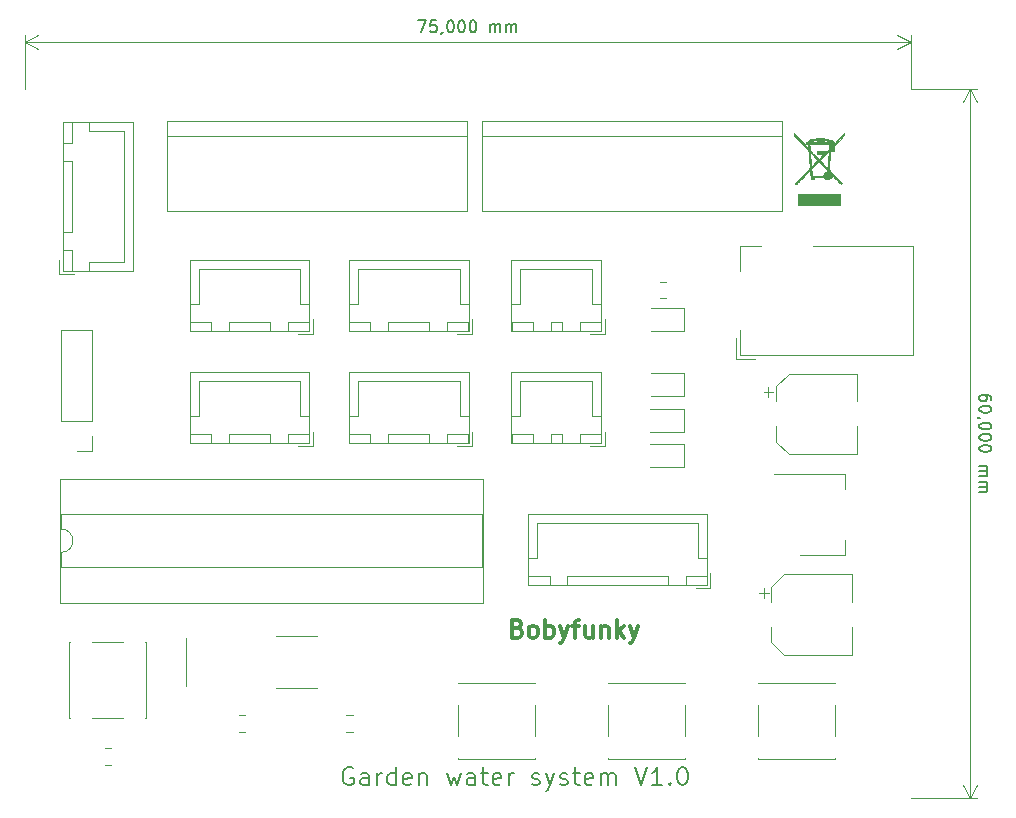
<source format=gbr>
G04 #@! TF.GenerationSoftware,KiCad,Pcbnew,(5.1.5)-2*
G04 #@! TF.CreationDate,2019-12-19T08:09:48+01:00*
G04 #@! TF.ProjectId,garden-water-system,67617264-656e-42d7-9761-7465722d7379,rev?*
G04 #@! TF.SameCoordinates,Original*
G04 #@! TF.FileFunction,Legend,Top*
G04 #@! TF.FilePolarity,Positive*
%FSLAX46Y46*%
G04 Gerber Fmt 4.6, Leading zero omitted, Abs format (unit mm)*
G04 Created by KiCad (PCBNEW (5.1.5)-2) date 2019-12-19 08:09:48*
%MOMM*%
%LPD*%
G04 APERTURE LIST*
%ADD10C,0.150000*%
%ADD11C,0.120000*%
%ADD12C,0.300000*%
%ADD13C,0.010000*%
G04 APERTURE END LIST*
D10*
X196817619Y-50333333D02*
X196817619Y-50142857D01*
X196770000Y-50047619D01*
X196722380Y-50000000D01*
X196579523Y-49904761D01*
X196389047Y-49857142D01*
X196008095Y-49857142D01*
X195912857Y-49904761D01*
X195865238Y-49952380D01*
X195817619Y-50047619D01*
X195817619Y-50238095D01*
X195865238Y-50333333D01*
X195912857Y-50380952D01*
X196008095Y-50428571D01*
X196246190Y-50428571D01*
X196341428Y-50380952D01*
X196389047Y-50333333D01*
X196436666Y-50238095D01*
X196436666Y-50047619D01*
X196389047Y-49952380D01*
X196341428Y-49904761D01*
X196246190Y-49857142D01*
X196817619Y-51047619D02*
X196817619Y-51142857D01*
X196770000Y-51238095D01*
X196722380Y-51285714D01*
X196627142Y-51333333D01*
X196436666Y-51380952D01*
X196198571Y-51380952D01*
X196008095Y-51333333D01*
X195912857Y-51285714D01*
X195865238Y-51238095D01*
X195817619Y-51142857D01*
X195817619Y-51047619D01*
X195865238Y-50952380D01*
X195912857Y-50904761D01*
X196008095Y-50857142D01*
X196198571Y-50809523D01*
X196436666Y-50809523D01*
X196627142Y-50857142D01*
X196722380Y-50904761D01*
X196770000Y-50952380D01*
X196817619Y-51047619D01*
X195865238Y-51857142D02*
X195817619Y-51857142D01*
X195722380Y-51809523D01*
X195674761Y-51761904D01*
X196817619Y-52476190D02*
X196817619Y-52571428D01*
X196770000Y-52666666D01*
X196722380Y-52714285D01*
X196627142Y-52761904D01*
X196436666Y-52809523D01*
X196198571Y-52809523D01*
X196008095Y-52761904D01*
X195912857Y-52714285D01*
X195865238Y-52666666D01*
X195817619Y-52571428D01*
X195817619Y-52476190D01*
X195865238Y-52380952D01*
X195912857Y-52333333D01*
X196008095Y-52285714D01*
X196198571Y-52238095D01*
X196436666Y-52238095D01*
X196627142Y-52285714D01*
X196722380Y-52333333D01*
X196770000Y-52380952D01*
X196817619Y-52476190D01*
X196817619Y-53428571D02*
X196817619Y-53523809D01*
X196770000Y-53619047D01*
X196722380Y-53666666D01*
X196627142Y-53714285D01*
X196436666Y-53761904D01*
X196198571Y-53761904D01*
X196008095Y-53714285D01*
X195912857Y-53666666D01*
X195865238Y-53619047D01*
X195817619Y-53523809D01*
X195817619Y-53428571D01*
X195865238Y-53333333D01*
X195912857Y-53285714D01*
X196008095Y-53238095D01*
X196198571Y-53190476D01*
X196436666Y-53190476D01*
X196627142Y-53238095D01*
X196722380Y-53285714D01*
X196770000Y-53333333D01*
X196817619Y-53428571D01*
X196817619Y-54380952D02*
X196817619Y-54476190D01*
X196770000Y-54571428D01*
X196722380Y-54619047D01*
X196627142Y-54666666D01*
X196436666Y-54714285D01*
X196198571Y-54714285D01*
X196008095Y-54666666D01*
X195912857Y-54619047D01*
X195865238Y-54571428D01*
X195817619Y-54476190D01*
X195817619Y-54380952D01*
X195865238Y-54285714D01*
X195912857Y-54238095D01*
X196008095Y-54190476D01*
X196198571Y-54142857D01*
X196436666Y-54142857D01*
X196627142Y-54190476D01*
X196722380Y-54238095D01*
X196770000Y-54285714D01*
X196817619Y-54380952D01*
X195817619Y-55904761D02*
X196484285Y-55904761D01*
X196389047Y-55904761D02*
X196436666Y-55952380D01*
X196484285Y-56047619D01*
X196484285Y-56190476D01*
X196436666Y-56285714D01*
X196341428Y-56333333D01*
X195817619Y-56333333D01*
X196341428Y-56333333D02*
X196436666Y-56380952D01*
X196484285Y-56476190D01*
X196484285Y-56619047D01*
X196436666Y-56714285D01*
X196341428Y-56761904D01*
X195817619Y-56761904D01*
X195817619Y-57238095D02*
X196484285Y-57238095D01*
X196389047Y-57238095D02*
X196436666Y-57285714D01*
X196484285Y-57380952D01*
X196484285Y-57523809D01*
X196436666Y-57619047D01*
X196341428Y-57666666D01*
X195817619Y-57666666D01*
X196341428Y-57666666D02*
X196436666Y-57714285D01*
X196484285Y-57809523D01*
X196484285Y-57952380D01*
X196436666Y-58047619D01*
X196341428Y-58095238D01*
X195817619Y-58095238D01*
D11*
X195000000Y-24000000D02*
X195000000Y-84000000D01*
X190000000Y-24000000D02*
X195586421Y-24000000D01*
X190000000Y-84000000D02*
X195586421Y-84000000D01*
X195000000Y-84000000D02*
X194413579Y-82873496D01*
X195000000Y-84000000D02*
X195586421Y-82873496D01*
X195000000Y-24000000D02*
X194413579Y-25126504D01*
X195000000Y-24000000D02*
X195586421Y-25126504D01*
D10*
X148309523Y-18182380D02*
X148976190Y-18182380D01*
X148547619Y-19182380D01*
X149833333Y-18182380D02*
X149357142Y-18182380D01*
X149309523Y-18658571D01*
X149357142Y-18610952D01*
X149452380Y-18563333D01*
X149690476Y-18563333D01*
X149785714Y-18610952D01*
X149833333Y-18658571D01*
X149880952Y-18753809D01*
X149880952Y-18991904D01*
X149833333Y-19087142D01*
X149785714Y-19134761D01*
X149690476Y-19182380D01*
X149452380Y-19182380D01*
X149357142Y-19134761D01*
X149309523Y-19087142D01*
X150357142Y-19134761D02*
X150357142Y-19182380D01*
X150309523Y-19277619D01*
X150261904Y-19325238D01*
X150976190Y-18182380D02*
X151071428Y-18182380D01*
X151166666Y-18230000D01*
X151214285Y-18277619D01*
X151261904Y-18372857D01*
X151309523Y-18563333D01*
X151309523Y-18801428D01*
X151261904Y-18991904D01*
X151214285Y-19087142D01*
X151166666Y-19134761D01*
X151071428Y-19182380D01*
X150976190Y-19182380D01*
X150880952Y-19134761D01*
X150833333Y-19087142D01*
X150785714Y-18991904D01*
X150738095Y-18801428D01*
X150738095Y-18563333D01*
X150785714Y-18372857D01*
X150833333Y-18277619D01*
X150880952Y-18230000D01*
X150976190Y-18182380D01*
X151928571Y-18182380D02*
X152023809Y-18182380D01*
X152119047Y-18230000D01*
X152166666Y-18277619D01*
X152214285Y-18372857D01*
X152261904Y-18563333D01*
X152261904Y-18801428D01*
X152214285Y-18991904D01*
X152166666Y-19087142D01*
X152119047Y-19134761D01*
X152023809Y-19182380D01*
X151928571Y-19182380D01*
X151833333Y-19134761D01*
X151785714Y-19087142D01*
X151738095Y-18991904D01*
X151690476Y-18801428D01*
X151690476Y-18563333D01*
X151738095Y-18372857D01*
X151785714Y-18277619D01*
X151833333Y-18230000D01*
X151928571Y-18182380D01*
X152880952Y-18182380D02*
X152976190Y-18182380D01*
X153071428Y-18230000D01*
X153119047Y-18277619D01*
X153166666Y-18372857D01*
X153214285Y-18563333D01*
X153214285Y-18801428D01*
X153166666Y-18991904D01*
X153119047Y-19087142D01*
X153071428Y-19134761D01*
X152976190Y-19182380D01*
X152880952Y-19182380D01*
X152785714Y-19134761D01*
X152738095Y-19087142D01*
X152690476Y-18991904D01*
X152642857Y-18801428D01*
X152642857Y-18563333D01*
X152690476Y-18372857D01*
X152738095Y-18277619D01*
X152785714Y-18230000D01*
X152880952Y-18182380D01*
X154404761Y-19182380D02*
X154404761Y-18515714D01*
X154404761Y-18610952D02*
X154452380Y-18563333D01*
X154547619Y-18515714D01*
X154690476Y-18515714D01*
X154785714Y-18563333D01*
X154833333Y-18658571D01*
X154833333Y-19182380D01*
X154833333Y-18658571D02*
X154880952Y-18563333D01*
X154976190Y-18515714D01*
X155119047Y-18515714D01*
X155214285Y-18563333D01*
X155261904Y-18658571D01*
X155261904Y-19182380D01*
X155738095Y-19182380D02*
X155738095Y-18515714D01*
X155738095Y-18610952D02*
X155785714Y-18563333D01*
X155880952Y-18515714D01*
X156023809Y-18515714D01*
X156119047Y-18563333D01*
X156166666Y-18658571D01*
X156166666Y-19182380D01*
X156166666Y-18658571D02*
X156214285Y-18563333D01*
X156309523Y-18515714D01*
X156452380Y-18515714D01*
X156547619Y-18563333D01*
X156595238Y-18658571D01*
X156595238Y-19182380D01*
D11*
X115000000Y-20000000D02*
X190000000Y-20000000D01*
X115000000Y-24000000D02*
X115000000Y-19413579D01*
X190000000Y-24000000D02*
X190000000Y-19413579D01*
X190000000Y-20000000D02*
X188873496Y-20586421D01*
X190000000Y-20000000D02*
X188873496Y-19413579D01*
X115000000Y-20000000D02*
X116126504Y-20586421D01*
X115000000Y-20000000D02*
X116126504Y-19413579D01*
D10*
X142750000Y-81500000D02*
X142607142Y-81428571D01*
X142392857Y-81428571D01*
X142178571Y-81500000D01*
X142035714Y-81642857D01*
X141964285Y-81785714D01*
X141892857Y-82071428D01*
X141892857Y-82285714D01*
X141964285Y-82571428D01*
X142035714Y-82714285D01*
X142178571Y-82857142D01*
X142392857Y-82928571D01*
X142535714Y-82928571D01*
X142750000Y-82857142D01*
X142821428Y-82785714D01*
X142821428Y-82285714D01*
X142535714Y-82285714D01*
X144107142Y-82928571D02*
X144107142Y-82142857D01*
X144035714Y-82000000D01*
X143892857Y-81928571D01*
X143607142Y-81928571D01*
X143464285Y-82000000D01*
X144107142Y-82857142D02*
X143964285Y-82928571D01*
X143607142Y-82928571D01*
X143464285Y-82857142D01*
X143392857Y-82714285D01*
X143392857Y-82571428D01*
X143464285Y-82428571D01*
X143607142Y-82357142D01*
X143964285Y-82357142D01*
X144107142Y-82285714D01*
X144821428Y-82928571D02*
X144821428Y-81928571D01*
X144821428Y-82214285D02*
X144892857Y-82071428D01*
X144964285Y-82000000D01*
X145107142Y-81928571D01*
X145250000Y-81928571D01*
X146392857Y-82928571D02*
X146392857Y-81428571D01*
X146392857Y-82857142D02*
X146250000Y-82928571D01*
X145964285Y-82928571D01*
X145821428Y-82857142D01*
X145750000Y-82785714D01*
X145678571Y-82642857D01*
X145678571Y-82214285D01*
X145750000Y-82071428D01*
X145821428Y-82000000D01*
X145964285Y-81928571D01*
X146250000Y-81928571D01*
X146392857Y-82000000D01*
X147678571Y-82857142D02*
X147535714Y-82928571D01*
X147250000Y-82928571D01*
X147107142Y-82857142D01*
X147035714Y-82714285D01*
X147035714Y-82142857D01*
X147107142Y-82000000D01*
X147250000Y-81928571D01*
X147535714Y-81928571D01*
X147678571Y-82000000D01*
X147750000Y-82142857D01*
X147750000Y-82285714D01*
X147035714Y-82428571D01*
X148392857Y-81928571D02*
X148392857Y-82928571D01*
X148392857Y-82071428D02*
X148464285Y-82000000D01*
X148607142Y-81928571D01*
X148821428Y-81928571D01*
X148964285Y-82000000D01*
X149035714Y-82142857D01*
X149035714Y-82928571D01*
X150750000Y-81928571D02*
X151035714Y-82928571D01*
X151321428Y-82214285D01*
X151607142Y-82928571D01*
X151892857Y-81928571D01*
X153107142Y-82928571D02*
X153107142Y-82142857D01*
X153035714Y-82000000D01*
X152892857Y-81928571D01*
X152607142Y-81928571D01*
X152464285Y-82000000D01*
X153107142Y-82857142D02*
X152964285Y-82928571D01*
X152607142Y-82928571D01*
X152464285Y-82857142D01*
X152392857Y-82714285D01*
X152392857Y-82571428D01*
X152464285Y-82428571D01*
X152607142Y-82357142D01*
X152964285Y-82357142D01*
X153107142Y-82285714D01*
X153607142Y-81928571D02*
X154178571Y-81928571D01*
X153821428Y-81428571D02*
X153821428Y-82714285D01*
X153892857Y-82857142D01*
X154035714Y-82928571D01*
X154178571Y-82928571D01*
X155250000Y-82857142D02*
X155107142Y-82928571D01*
X154821428Y-82928571D01*
X154678571Y-82857142D01*
X154607142Y-82714285D01*
X154607142Y-82142857D01*
X154678571Y-82000000D01*
X154821428Y-81928571D01*
X155107142Y-81928571D01*
X155250000Y-82000000D01*
X155321428Y-82142857D01*
X155321428Y-82285714D01*
X154607142Y-82428571D01*
X155964285Y-82928571D02*
X155964285Y-81928571D01*
X155964285Y-82214285D02*
X156035714Y-82071428D01*
X156107142Y-82000000D01*
X156250000Y-81928571D01*
X156392857Y-81928571D01*
X157964285Y-82857142D02*
X158107142Y-82928571D01*
X158392857Y-82928571D01*
X158535714Y-82857142D01*
X158607142Y-82714285D01*
X158607142Y-82642857D01*
X158535714Y-82500000D01*
X158392857Y-82428571D01*
X158178571Y-82428571D01*
X158035714Y-82357142D01*
X157964285Y-82214285D01*
X157964285Y-82142857D01*
X158035714Y-82000000D01*
X158178571Y-81928571D01*
X158392857Y-81928571D01*
X158535714Y-82000000D01*
X159107142Y-81928571D02*
X159464285Y-82928571D01*
X159821428Y-81928571D02*
X159464285Y-82928571D01*
X159321428Y-83285714D01*
X159250000Y-83357142D01*
X159107142Y-83428571D01*
X160321428Y-82857142D02*
X160464285Y-82928571D01*
X160750000Y-82928571D01*
X160892857Y-82857142D01*
X160964285Y-82714285D01*
X160964285Y-82642857D01*
X160892857Y-82500000D01*
X160750000Y-82428571D01*
X160535714Y-82428571D01*
X160392857Y-82357142D01*
X160321428Y-82214285D01*
X160321428Y-82142857D01*
X160392857Y-82000000D01*
X160535714Y-81928571D01*
X160750000Y-81928571D01*
X160892857Y-82000000D01*
X161392857Y-81928571D02*
X161964285Y-81928571D01*
X161607142Y-81428571D02*
X161607142Y-82714285D01*
X161678571Y-82857142D01*
X161821428Y-82928571D01*
X161964285Y-82928571D01*
X163035714Y-82857142D02*
X162892857Y-82928571D01*
X162607142Y-82928571D01*
X162464285Y-82857142D01*
X162392857Y-82714285D01*
X162392857Y-82142857D01*
X162464285Y-82000000D01*
X162607142Y-81928571D01*
X162892857Y-81928571D01*
X163035714Y-82000000D01*
X163107142Y-82142857D01*
X163107142Y-82285714D01*
X162392857Y-82428571D01*
X163750000Y-82928571D02*
X163750000Y-81928571D01*
X163750000Y-82071428D02*
X163821428Y-82000000D01*
X163964285Y-81928571D01*
X164178571Y-81928571D01*
X164321428Y-82000000D01*
X164392857Y-82142857D01*
X164392857Y-82928571D01*
X164392857Y-82142857D02*
X164464285Y-82000000D01*
X164607142Y-81928571D01*
X164821428Y-81928571D01*
X164964285Y-82000000D01*
X165035714Y-82142857D01*
X165035714Y-82928571D01*
X166678571Y-81428571D02*
X167178571Y-82928571D01*
X167678571Y-81428571D01*
X168964285Y-82928571D02*
X168107142Y-82928571D01*
X168535714Y-82928571D02*
X168535714Y-81428571D01*
X168392857Y-81642857D01*
X168250000Y-81785714D01*
X168107142Y-81857142D01*
X169607142Y-82785714D02*
X169678571Y-82857142D01*
X169607142Y-82928571D01*
X169535714Y-82857142D01*
X169607142Y-82785714D01*
X169607142Y-82928571D01*
X170607142Y-81428571D02*
X170750000Y-81428571D01*
X170892857Y-81500000D01*
X170964285Y-81571428D01*
X171035714Y-81714285D01*
X171107142Y-82000000D01*
X171107142Y-82357142D01*
X171035714Y-82642857D01*
X170964285Y-82785714D01*
X170892857Y-82857142D01*
X170750000Y-82928571D01*
X170607142Y-82928571D01*
X170464285Y-82857142D01*
X170392857Y-82785714D01*
X170321428Y-82642857D01*
X170250000Y-82357142D01*
X170250000Y-82000000D01*
X170321428Y-81714285D01*
X170392857Y-81571428D01*
X170464285Y-81500000D01*
X170607142Y-81428571D01*
D12*
X156714285Y-69642857D02*
X156928571Y-69714285D01*
X157000000Y-69785714D01*
X157071428Y-69928571D01*
X157071428Y-70142857D01*
X157000000Y-70285714D01*
X156928571Y-70357142D01*
X156785714Y-70428571D01*
X156214285Y-70428571D01*
X156214285Y-68928571D01*
X156714285Y-68928571D01*
X156857142Y-69000000D01*
X156928571Y-69071428D01*
X157000000Y-69214285D01*
X157000000Y-69357142D01*
X156928571Y-69500000D01*
X156857142Y-69571428D01*
X156714285Y-69642857D01*
X156214285Y-69642857D01*
X157928571Y-70428571D02*
X157785714Y-70357142D01*
X157714285Y-70285714D01*
X157642857Y-70142857D01*
X157642857Y-69714285D01*
X157714285Y-69571428D01*
X157785714Y-69500000D01*
X157928571Y-69428571D01*
X158142857Y-69428571D01*
X158285714Y-69500000D01*
X158357142Y-69571428D01*
X158428571Y-69714285D01*
X158428571Y-70142857D01*
X158357142Y-70285714D01*
X158285714Y-70357142D01*
X158142857Y-70428571D01*
X157928571Y-70428571D01*
X159071428Y-70428571D02*
X159071428Y-68928571D01*
X159071428Y-69500000D02*
X159214285Y-69428571D01*
X159500000Y-69428571D01*
X159642857Y-69500000D01*
X159714285Y-69571428D01*
X159785714Y-69714285D01*
X159785714Y-70142857D01*
X159714285Y-70285714D01*
X159642857Y-70357142D01*
X159500000Y-70428571D01*
X159214285Y-70428571D01*
X159071428Y-70357142D01*
X160285714Y-69428571D02*
X160642857Y-70428571D01*
X161000000Y-69428571D02*
X160642857Y-70428571D01*
X160500000Y-70785714D01*
X160428571Y-70857142D01*
X160285714Y-70928571D01*
X161357142Y-69428571D02*
X161928571Y-69428571D01*
X161571428Y-70428571D02*
X161571428Y-69142857D01*
X161642857Y-69000000D01*
X161785714Y-68928571D01*
X161928571Y-68928571D01*
X163071428Y-69428571D02*
X163071428Y-70428571D01*
X162428571Y-69428571D02*
X162428571Y-70214285D01*
X162500000Y-70357142D01*
X162642857Y-70428571D01*
X162857142Y-70428571D01*
X163000000Y-70357142D01*
X163071428Y-70285714D01*
X163785714Y-69428571D02*
X163785714Y-70428571D01*
X163785714Y-69571428D02*
X163857142Y-69500000D01*
X164000000Y-69428571D01*
X164214285Y-69428571D01*
X164357142Y-69500000D01*
X164428571Y-69642857D01*
X164428571Y-70428571D01*
X165142857Y-70428571D02*
X165142857Y-68928571D01*
X165285714Y-69857142D02*
X165714285Y-70428571D01*
X165714285Y-69428571D02*
X165142857Y-70000000D01*
X166214285Y-69428571D02*
X166571428Y-70428571D01*
X166928571Y-69428571D02*
X166571428Y-70428571D01*
X166428571Y-70785714D01*
X166357142Y-70857142D01*
X166214285Y-70928571D01*
D13*
G36*
X184374430Y-27814848D02*
G01*
X184373811Y-27901931D01*
X183922086Y-28360891D01*
X183470361Y-28819852D01*
X183470032Y-29030471D01*
X183469703Y-29241089D01*
X183194610Y-29241089D01*
X183187522Y-29294530D01*
X183184838Y-29318888D01*
X183180313Y-29364759D01*
X183174191Y-29429405D01*
X183166712Y-29510091D01*
X183158119Y-29604081D01*
X183148654Y-29708637D01*
X183138558Y-29821025D01*
X183128074Y-29938507D01*
X183117444Y-30058348D01*
X183106909Y-30177811D01*
X183096713Y-30294159D01*
X183087095Y-30404657D01*
X183078300Y-30506569D01*
X183070568Y-30597158D01*
X183064142Y-30673687D01*
X183059263Y-30733421D01*
X183056175Y-30773624D01*
X183055117Y-30791559D01*
X183055118Y-30791644D01*
X183062827Y-30806035D01*
X183085981Y-30835748D01*
X183124895Y-30881131D01*
X183179884Y-30942529D01*
X183251264Y-31020288D01*
X183339349Y-31114754D01*
X183444454Y-31226272D01*
X183566895Y-31355188D01*
X183601310Y-31391287D01*
X184147137Y-31963416D01*
X184058881Y-32051436D01*
X183987485Y-31973758D01*
X183961366Y-31945686D01*
X183920566Y-31902274D01*
X183867777Y-31846366D01*
X183805691Y-31780808D01*
X183737000Y-31708441D01*
X183664396Y-31632112D01*
X183620960Y-31586524D01*
X183539416Y-31501119D01*
X183473504Y-31432710D01*
X183421544Y-31380053D01*
X183381855Y-31341905D01*
X183352757Y-31317020D01*
X183332569Y-31304156D01*
X183319610Y-31302068D01*
X183312200Y-31309513D01*
X183308658Y-31325246D01*
X183307303Y-31348023D01*
X183307121Y-31354239D01*
X183297703Y-31397061D01*
X183274497Y-31448819D01*
X183242136Y-31501328D01*
X183205252Y-31546403D01*
X183190493Y-31560328D01*
X183114767Y-31609047D01*
X183026308Y-31636306D01*
X182948100Y-31642773D01*
X182859468Y-31630576D01*
X182777612Y-31594813D01*
X182705164Y-31536722D01*
X182691797Y-31522262D01*
X182642918Y-31466733D01*
X181797326Y-31466733D01*
X181797326Y-31642773D01*
X181570990Y-31642773D01*
X181570990Y-31560531D01*
X181568150Y-31504386D01*
X181558607Y-31465416D01*
X181547009Y-31444219D01*
X181538723Y-31429052D01*
X181531627Y-31407062D01*
X181525252Y-31374987D01*
X181519128Y-31329569D01*
X181512784Y-31267548D01*
X181505750Y-31185662D01*
X181500934Y-31124746D01*
X181478839Y-30839343D01*
X180936435Y-31388805D01*
X180838363Y-31488228D01*
X180744216Y-31583815D01*
X180655715Y-31673810D01*
X180574580Y-31756457D01*
X180502531Y-31830001D01*
X180441288Y-31892684D01*
X180392573Y-31942752D01*
X180358104Y-31978448D01*
X180339621Y-31997995D01*
X180309257Y-32028944D01*
X180283929Y-32050530D01*
X180270305Y-32057723D01*
X180252905Y-32049297D01*
X180227540Y-32028245D01*
X180218942Y-32019671D01*
X180182486Y-31981620D01*
X180383198Y-31777658D01*
X180434404Y-31725699D01*
X180500431Y-31658820D01*
X180578382Y-31579950D01*
X180665362Y-31492014D01*
X180758474Y-31397941D01*
X180854821Y-31300658D01*
X180951508Y-31203093D01*
X181020866Y-31133145D01*
X181126297Y-31026550D01*
X181214871Y-30936307D01*
X181287719Y-30861192D01*
X181345977Y-30799986D01*
X181390775Y-30751466D01*
X181412979Y-30726129D01*
X181591276Y-30726129D01*
X181613599Y-31011555D01*
X181620331Y-31095219D01*
X181626843Y-31171727D01*
X181632766Y-31237081D01*
X181637732Y-31287281D01*
X181641371Y-31318329D01*
X181642542Y-31325273D01*
X181649162Y-31353565D01*
X182598636Y-31353565D01*
X182604974Y-31274606D01*
X182624110Y-31181315D01*
X182664154Y-31098791D01*
X182722582Y-31030038D01*
X182796871Y-30978063D01*
X182880252Y-30946863D01*
X182907302Y-30932228D01*
X182920844Y-30900819D01*
X182921128Y-30899434D01*
X182922753Y-30886174D01*
X182920744Y-30872595D01*
X182913142Y-30856181D01*
X182897984Y-30834411D01*
X182873312Y-30804767D01*
X182837164Y-30764732D01*
X182787580Y-30711785D01*
X182722599Y-30643409D01*
X182718401Y-30639005D01*
X182648507Y-30565611D01*
X182574200Y-30487437D01*
X182500586Y-30409864D01*
X182432771Y-30338275D01*
X182375860Y-30278051D01*
X182363168Y-30264587D01*
X182314513Y-30213820D01*
X182271291Y-30170375D01*
X182236605Y-30137241D01*
X182213556Y-30117405D01*
X182205818Y-30113046D01*
X182194278Y-30122170D01*
X182167290Y-30147200D01*
X182126979Y-30186052D01*
X182075471Y-30236643D01*
X182014891Y-30296888D01*
X181947364Y-30364704D01*
X181892174Y-30420565D01*
X181591276Y-30726129D01*
X181412979Y-30726129D01*
X181423249Y-30714411D01*
X181444529Y-30687599D01*
X181455749Y-30669808D01*
X181458246Y-30661570D01*
X181457300Y-30643590D01*
X181454427Y-30602892D01*
X181449813Y-30541819D01*
X181443642Y-30462713D01*
X181436102Y-30367914D01*
X181427379Y-30259767D01*
X181417657Y-30140612D01*
X181407124Y-30012791D01*
X181398635Y-29910635D01*
X181350604Y-29334674D01*
X181474195Y-29334674D01*
X181474727Y-29347104D01*
X181477231Y-29382110D01*
X181481504Y-29437215D01*
X181487347Y-29509943D01*
X181494557Y-29597814D01*
X181502934Y-29698351D01*
X181512277Y-29809077D01*
X181521242Y-29914205D01*
X181531398Y-30033483D01*
X181540858Y-30146080D01*
X181549404Y-30249305D01*
X181556821Y-30340473D01*
X181562892Y-30416895D01*
X181567399Y-30475883D01*
X181570127Y-30514749D01*
X181570884Y-30529844D01*
X181572065Y-30539238D01*
X181576744Y-30542966D01*
X181586724Y-30539471D01*
X181603810Y-30527199D01*
X181629804Y-30504594D01*
X181666510Y-30470100D01*
X181715733Y-30422162D01*
X181779274Y-30359224D01*
X181846695Y-30291968D01*
X182122399Y-30016477D01*
X182120467Y-30014406D01*
X182302710Y-30014406D01*
X182311016Y-30025780D01*
X182334267Y-30052563D01*
X182370135Y-30092292D01*
X182416287Y-30142507D01*
X182470394Y-30200746D01*
X182530126Y-30264547D01*
X182593152Y-30331449D01*
X182657142Y-30398990D01*
X182719764Y-30464710D01*
X182778690Y-30526146D01*
X182831588Y-30580837D01*
X182876128Y-30626322D01*
X182909980Y-30660138D01*
X182930812Y-30679826D01*
X182936494Y-30683837D01*
X182938366Y-30670891D01*
X182942254Y-30635134D01*
X182947943Y-30578804D01*
X182955219Y-30504140D01*
X182963869Y-30413380D01*
X182973678Y-30308762D01*
X182984434Y-30192526D01*
X182995921Y-30066908D01*
X183005093Y-29965618D01*
X183016826Y-29834279D01*
X183027665Y-29710552D01*
X183037430Y-29596681D01*
X183045937Y-29494911D01*
X183053005Y-29407487D01*
X183058451Y-29336653D01*
X183062092Y-29284653D01*
X183063747Y-29253732D01*
X183063558Y-29245703D01*
X183053666Y-29252854D01*
X183028476Y-29275841D01*
X182990190Y-29312439D01*
X182941011Y-29360422D01*
X182883139Y-29417566D01*
X182818778Y-29481647D01*
X182750129Y-29550438D01*
X182679395Y-29621716D01*
X182608778Y-29693255D01*
X182540480Y-29762830D01*
X182476704Y-29828217D01*
X182419650Y-29887191D01*
X182371522Y-29937527D01*
X182334522Y-29976999D01*
X182310852Y-30003383D01*
X182302710Y-30014406D01*
X182120467Y-30014406D01*
X182019591Y-29906295D01*
X181967232Y-29850377D01*
X181908465Y-29787948D01*
X181845615Y-29721443D01*
X181781005Y-29653298D01*
X181716958Y-29585948D01*
X181655797Y-29521828D01*
X181599847Y-29463372D01*
X181551430Y-29413018D01*
X181512870Y-29373198D01*
X181486491Y-29346350D01*
X181474616Y-29334908D01*
X181474195Y-29334674D01*
X181350604Y-29334674D01*
X181338599Y-29190726D01*
X180738062Y-28559158D01*
X180137525Y-27927589D01*
X180137966Y-27839315D01*
X180138408Y-27751040D01*
X180235417Y-27854666D01*
X180289709Y-27912463D01*
X180353808Y-27980368D01*
X180425984Y-28056572D01*
X180504508Y-28139269D01*
X180587651Y-28226653D01*
X180673681Y-28316915D01*
X180760870Y-28408250D01*
X180847487Y-28498849D01*
X180931803Y-28586907D01*
X181012088Y-28670615D01*
X181086613Y-28748167D01*
X181153646Y-28817757D01*
X181211459Y-28877576D01*
X181258321Y-28925818D01*
X181292504Y-28960676D01*
X181312276Y-28980343D01*
X181316610Y-28984116D01*
X181316908Y-28970992D01*
X181315269Y-28937389D01*
X181311977Y-28887880D01*
X181307318Y-28827037D01*
X181305318Y-28802732D01*
X181290423Y-28624951D01*
X181407045Y-28624951D01*
X181413066Y-28653243D01*
X181416137Y-28675618D01*
X181420452Y-28717717D01*
X181425512Y-28774178D01*
X181430819Y-28839635D01*
X181432656Y-28863862D01*
X181438073Y-28933421D01*
X181443541Y-28998018D01*
X181448512Y-29051548D01*
X181452439Y-29087910D01*
X181453325Y-29094509D01*
X181456666Y-29108056D01*
X181463899Y-29123914D01*
X181476560Y-29143861D01*
X181496189Y-29169673D01*
X181524322Y-29203129D01*
X181562498Y-29246007D01*
X181612254Y-29300083D01*
X181675129Y-29367136D01*
X181752659Y-29448943D01*
X181831749Y-29531950D01*
X181910436Y-29614094D01*
X181983888Y-29690169D01*
X182050276Y-29758325D01*
X182107773Y-29816712D01*
X182154549Y-29863481D01*
X182188776Y-29896782D01*
X182208627Y-29914767D01*
X182212860Y-29917442D01*
X182223997Y-29907741D01*
X182250029Y-29882441D01*
X182288430Y-29844082D01*
X182336672Y-29795200D01*
X182392230Y-29738334D01*
X182432408Y-29696906D01*
X182642169Y-29480000D01*
X182023663Y-29480000D01*
X182023663Y-29241089D01*
X182778119Y-29241089D01*
X182778119Y-29347542D01*
X182916435Y-29209654D01*
X183014553Y-29111840D01*
X183205643Y-29111840D01*
X183207471Y-29127270D01*
X183216723Y-29135867D01*
X183239050Y-29139613D01*
X183280105Y-29140489D01*
X183287376Y-29140495D01*
X183369109Y-29140495D01*
X183369109Y-28921172D01*
X183287376Y-29002179D01*
X183241270Y-29051428D01*
X183213694Y-29089159D01*
X183205643Y-29111840D01*
X183014553Y-29111840D01*
X183054752Y-29071766D01*
X183054752Y-28948952D01*
X183055137Y-28892450D01*
X183056900Y-28856505D01*
X183060950Y-28836530D01*
X183068199Y-28827937D01*
X183079130Y-28826139D01*
X183091288Y-28823498D01*
X183100273Y-28812912D01*
X183107174Y-28790381D01*
X183113076Y-28751909D01*
X183119065Y-28693498D01*
X183120987Y-28672104D01*
X183125148Y-28624951D01*
X181407045Y-28624951D01*
X181290423Y-28624951D01*
X181130891Y-28624951D01*
X181130891Y-28511782D01*
X181198686Y-28511782D01*
X181238338Y-28510696D01*
X181259884Y-28505454D01*
X181262520Y-28502334D01*
X181401384Y-28502334D01*
X181408692Y-28509462D01*
X181434007Y-28511662D01*
X181451092Y-28511782D01*
X181508119Y-28511782D01*
X181720779Y-28511782D01*
X183135302Y-28511782D01*
X183087458Y-28462786D01*
X183013150Y-28402324D01*
X182921184Y-28355691D01*
X182810002Y-28322249D01*
X182699529Y-28303753D01*
X182627227Y-28295122D01*
X182627227Y-28386040D01*
X182048812Y-28386040D01*
X182048812Y-28282893D01*
X181963935Y-28291496D01*
X181904632Y-28298756D01*
X181841449Y-28308379D01*
X181803614Y-28315252D01*
X181728168Y-28330407D01*
X181724474Y-28421095D01*
X181720779Y-28511782D01*
X181508119Y-28511782D01*
X181508119Y-28461485D01*
X181506456Y-28429976D01*
X181502303Y-28412463D01*
X181500629Y-28411188D01*
X181482013Y-28419254D01*
X181454817Y-28438820D01*
X181427552Y-28462944D01*
X181408733Y-28484682D01*
X181407057Y-28487508D01*
X181401384Y-28502334D01*
X181262520Y-28502334D01*
X181270338Y-28493081D01*
X181274558Y-28479604D01*
X181291781Y-28444627D01*
X181324862Y-28402579D01*
X181368107Y-28359356D01*
X181415826Y-28320854D01*
X181447170Y-28300801D01*
X181482877Y-28278851D01*
X181501181Y-28260411D01*
X181507612Y-28238668D01*
X181508106Y-28225718D01*
X181508106Y-28222575D01*
X182149406Y-28222575D01*
X182149406Y-28285446D01*
X182526633Y-28285446D01*
X182526633Y-28222575D01*
X182149406Y-28222575D01*
X181508106Y-28222575D01*
X181508119Y-28184852D01*
X181613952Y-28184852D01*
X181662645Y-28186029D01*
X181700595Y-28189165D01*
X181721692Y-28193671D01*
X181723977Y-28195495D01*
X181737359Y-28198295D01*
X181769926Y-28197148D01*
X181816084Y-28192393D01*
X181847624Y-28188003D01*
X181904812Y-28179378D01*
X181957114Y-28171591D01*
X181996418Y-28165847D01*
X182007945Y-28164215D01*
X182038063Y-28154888D01*
X182048812Y-28140272D01*
X182052080Y-28134320D01*
X182063770Y-28129778D01*
X182086712Y-28126470D01*
X182123735Y-28124215D01*
X182177668Y-28122834D01*
X182251340Y-28122150D01*
X182338020Y-28121980D01*
X182430529Y-28122077D01*
X182500906Y-28122530D01*
X182552164Y-28123590D01*
X182587320Y-28125503D01*
X182609389Y-28128519D01*
X182621385Y-28132885D01*
X182626324Y-28138849D01*
X182627227Y-28145784D01*
X182634921Y-28167795D01*
X182660121Y-28180321D01*
X182706009Y-28184788D01*
X182714264Y-28184852D01*
X182791973Y-28192868D01*
X182880233Y-28214936D01*
X182971085Y-28248084D01*
X183056570Y-28289339D01*
X183128726Y-28335731D01*
X183138072Y-28343082D01*
X183168533Y-28366998D01*
X183186572Y-28376576D01*
X183199169Y-28373480D01*
X183212100Y-28360704D01*
X183250293Y-28335678D01*
X183299998Y-28326071D01*
X183353524Y-28331067D01*
X183403178Y-28349851D01*
X183441267Y-28381606D01*
X183444025Y-28385297D01*
X183472526Y-28444575D01*
X183477828Y-28505934D01*
X183460518Y-28564427D01*
X183421180Y-28615104D01*
X183416370Y-28619289D01*
X183388440Y-28639167D01*
X183360102Y-28647921D01*
X183320263Y-28648553D01*
X183310311Y-28647992D01*
X183271332Y-28646562D01*
X183251254Y-28649839D01*
X183243985Y-28659728D01*
X183243240Y-28668961D01*
X183241716Y-28695744D01*
X183237935Y-28736025D01*
X183235218Y-28760124D01*
X183231277Y-28798401D01*
X183232916Y-28817996D01*
X183242421Y-28825158D01*
X183259351Y-28826139D01*
X183269392Y-28822901D01*
X183285590Y-28812420D01*
X183309145Y-28793548D01*
X183341257Y-28765135D01*
X183383128Y-28726035D01*
X183435957Y-28675097D01*
X183500945Y-28611173D01*
X183579291Y-28533114D01*
X183672197Y-28439772D01*
X183780863Y-28329998D01*
X183833231Y-28276952D01*
X184375049Y-27727767D01*
X184374430Y-27814848D01*
G37*
X184374430Y-27814848D02*
X184373811Y-27901931D01*
X183922086Y-28360891D01*
X183470361Y-28819852D01*
X183470032Y-29030471D01*
X183469703Y-29241089D01*
X183194610Y-29241089D01*
X183187522Y-29294530D01*
X183184838Y-29318888D01*
X183180313Y-29364759D01*
X183174191Y-29429405D01*
X183166712Y-29510091D01*
X183158119Y-29604081D01*
X183148654Y-29708637D01*
X183138558Y-29821025D01*
X183128074Y-29938507D01*
X183117444Y-30058348D01*
X183106909Y-30177811D01*
X183096713Y-30294159D01*
X183087095Y-30404657D01*
X183078300Y-30506569D01*
X183070568Y-30597158D01*
X183064142Y-30673687D01*
X183059263Y-30733421D01*
X183056175Y-30773624D01*
X183055117Y-30791559D01*
X183055118Y-30791644D01*
X183062827Y-30806035D01*
X183085981Y-30835748D01*
X183124895Y-30881131D01*
X183179884Y-30942529D01*
X183251264Y-31020288D01*
X183339349Y-31114754D01*
X183444454Y-31226272D01*
X183566895Y-31355188D01*
X183601310Y-31391287D01*
X184147137Y-31963416D01*
X184058881Y-32051436D01*
X183987485Y-31973758D01*
X183961366Y-31945686D01*
X183920566Y-31902274D01*
X183867777Y-31846366D01*
X183805691Y-31780808D01*
X183737000Y-31708441D01*
X183664396Y-31632112D01*
X183620960Y-31586524D01*
X183539416Y-31501119D01*
X183473504Y-31432710D01*
X183421544Y-31380053D01*
X183381855Y-31341905D01*
X183352757Y-31317020D01*
X183332569Y-31304156D01*
X183319610Y-31302068D01*
X183312200Y-31309513D01*
X183308658Y-31325246D01*
X183307303Y-31348023D01*
X183307121Y-31354239D01*
X183297703Y-31397061D01*
X183274497Y-31448819D01*
X183242136Y-31501328D01*
X183205252Y-31546403D01*
X183190493Y-31560328D01*
X183114767Y-31609047D01*
X183026308Y-31636306D01*
X182948100Y-31642773D01*
X182859468Y-31630576D01*
X182777612Y-31594813D01*
X182705164Y-31536722D01*
X182691797Y-31522262D01*
X182642918Y-31466733D01*
X181797326Y-31466733D01*
X181797326Y-31642773D01*
X181570990Y-31642773D01*
X181570990Y-31560531D01*
X181568150Y-31504386D01*
X181558607Y-31465416D01*
X181547009Y-31444219D01*
X181538723Y-31429052D01*
X181531627Y-31407062D01*
X181525252Y-31374987D01*
X181519128Y-31329569D01*
X181512784Y-31267548D01*
X181505750Y-31185662D01*
X181500934Y-31124746D01*
X181478839Y-30839343D01*
X180936435Y-31388805D01*
X180838363Y-31488228D01*
X180744216Y-31583815D01*
X180655715Y-31673810D01*
X180574580Y-31756457D01*
X180502531Y-31830001D01*
X180441288Y-31892684D01*
X180392573Y-31942752D01*
X180358104Y-31978448D01*
X180339621Y-31997995D01*
X180309257Y-32028944D01*
X180283929Y-32050530D01*
X180270305Y-32057723D01*
X180252905Y-32049297D01*
X180227540Y-32028245D01*
X180218942Y-32019671D01*
X180182486Y-31981620D01*
X180383198Y-31777658D01*
X180434404Y-31725699D01*
X180500431Y-31658820D01*
X180578382Y-31579950D01*
X180665362Y-31492014D01*
X180758474Y-31397941D01*
X180854821Y-31300658D01*
X180951508Y-31203093D01*
X181020866Y-31133145D01*
X181126297Y-31026550D01*
X181214871Y-30936307D01*
X181287719Y-30861192D01*
X181345977Y-30799986D01*
X181390775Y-30751466D01*
X181412979Y-30726129D01*
X181591276Y-30726129D01*
X181613599Y-31011555D01*
X181620331Y-31095219D01*
X181626843Y-31171727D01*
X181632766Y-31237081D01*
X181637732Y-31287281D01*
X181641371Y-31318329D01*
X181642542Y-31325273D01*
X181649162Y-31353565D01*
X182598636Y-31353565D01*
X182604974Y-31274606D01*
X182624110Y-31181315D01*
X182664154Y-31098791D01*
X182722582Y-31030038D01*
X182796871Y-30978063D01*
X182880252Y-30946863D01*
X182907302Y-30932228D01*
X182920844Y-30900819D01*
X182921128Y-30899434D01*
X182922753Y-30886174D01*
X182920744Y-30872595D01*
X182913142Y-30856181D01*
X182897984Y-30834411D01*
X182873312Y-30804767D01*
X182837164Y-30764732D01*
X182787580Y-30711785D01*
X182722599Y-30643409D01*
X182718401Y-30639005D01*
X182648507Y-30565611D01*
X182574200Y-30487437D01*
X182500586Y-30409864D01*
X182432771Y-30338275D01*
X182375860Y-30278051D01*
X182363168Y-30264587D01*
X182314513Y-30213820D01*
X182271291Y-30170375D01*
X182236605Y-30137241D01*
X182213556Y-30117405D01*
X182205818Y-30113046D01*
X182194278Y-30122170D01*
X182167290Y-30147200D01*
X182126979Y-30186052D01*
X182075471Y-30236643D01*
X182014891Y-30296888D01*
X181947364Y-30364704D01*
X181892174Y-30420565D01*
X181591276Y-30726129D01*
X181412979Y-30726129D01*
X181423249Y-30714411D01*
X181444529Y-30687599D01*
X181455749Y-30669808D01*
X181458246Y-30661570D01*
X181457300Y-30643590D01*
X181454427Y-30602892D01*
X181449813Y-30541819D01*
X181443642Y-30462713D01*
X181436102Y-30367914D01*
X181427379Y-30259767D01*
X181417657Y-30140612D01*
X181407124Y-30012791D01*
X181398635Y-29910635D01*
X181350604Y-29334674D01*
X181474195Y-29334674D01*
X181474727Y-29347104D01*
X181477231Y-29382110D01*
X181481504Y-29437215D01*
X181487347Y-29509943D01*
X181494557Y-29597814D01*
X181502934Y-29698351D01*
X181512277Y-29809077D01*
X181521242Y-29914205D01*
X181531398Y-30033483D01*
X181540858Y-30146080D01*
X181549404Y-30249305D01*
X181556821Y-30340473D01*
X181562892Y-30416895D01*
X181567399Y-30475883D01*
X181570127Y-30514749D01*
X181570884Y-30529844D01*
X181572065Y-30539238D01*
X181576744Y-30542966D01*
X181586724Y-30539471D01*
X181603810Y-30527199D01*
X181629804Y-30504594D01*
X181666510Y-30470100D01*
X181715733Y-30422162D01*
X181779274Y-30359224D01*
X181846695Y-30291968D01*
X182122399Y-30016477D01*
X182120467Y-30014406D01*
X182302710Y-30014406D01*
X182311016Y-30025780D01*
X182334267Y-30052563D01*
X182370135Y-30092292D01*
X182416287Y-30142507D01*
X182470394Y-30200746D01*
X182530126Y-30264547D01*
X182593152Y-30331449D01*
X182657142Y-30398990D01*
X182719764Y-30464710D01*
X182778690Y-30526146D01*
X182831588Y-30580837D01*
X182876128Y-30626322D01*
X182909980Y-30660138D01*
X182930812Y-30679826D01*
X182936494Y-30683837D01*
X182938366Y-30670891D01*
X182942254Y-30635134D01*
X182947943Y-30578804D01*
X182955219Y-30504140D01*
X182963869Y-30413380D01*
X182973678Y-30308762D01*
X182984434Y-30192526D01*
X182995921Y-30066908D01*
X183005093Y-29965618D01*
X183016826Y-29834279D01*
X183027665Y-29710552D01*
X183037430Y-29596681D01*
X183045937Y-29494911D01*
X183053005Y-29407487D01*
X183058451Y-29336653D01*
X183062092Y-29284653D01*
X183063747Y-29253732D01*
X183063558Y-29245703D01*
X183053666Y-29252854D01*
X183028476Y-29275841D01*
X182990190Y-29312439D01*
X182941011Y-29360422D01*
X182883139Y-29417566D01*
X182818778Y-29481647D01*
X182750129Y-29550438D01*
X182679395Y-29621716D01*
X182608778Y-29693255D01*
X182540480Y-29762830D01*
X182476704Y-29828217D01*
X182419650Y-29887191D01*
X182371522Y-29937527D01*
X182334522Y-29976999D01*
X182310852Y-30003383D01*
X182302710Y-30014406D01*
X182120467Y-30014406D01*
X182019591Y-29906295D01*
X181967232Y-29850377D01*
X181908465Y-29787948D01*
X181845615Y-29721443D01*
X181781005Y-29653298D01*
X181716958Y-29585948D01*
X181655797Y-29521828D01*
X181599847Y-29463372D01*
X181551430Y-29413018D01*
X181512870Y-29373198D01*
X181486491Y-29346350D01*
X181474616Y-29334908D01*
X181474195Y-29334674D01*
X181350604Y-29334674D01*
X181338599Y-29190726D01*
X180738062Y-28559158D01*
X180137525Y-27927589D01*
X180137966Y-27839315D01*
X180138408Y-27751040D01*
X180235417Y-27854666D01*
X180289709Y-27912463D01*
X180353808Y-27980368D01*
X180425984Y-28056572D01*
X180504508Y-28139269D01*
X180587651Y-28226653D01*
X180673681Y-28316915D01*
X180760870Y-28408250D01*
X180847487Y-28498849D01*
X180931803Y-28586907D01*
X181012088Y-28670615D01*
X181086613Y-28748167D01*
X181153646Y-28817757D01*
X181211459Y-28877576D01*
X181258321Y-28925818D01*
X181292504Y-28960676D01*
X181312276Y-28980343D01*
X181316610Y-28984116D01*
X181316908Y-28970992D01*
X181315269Y-28937389D01*
X181311977Y-28887880D01*
X181307318Y-28827037D01*
X181305318Y-28802732D01*
X181290423Y-28624951D01*
X181407045Y-28624951D01*
X181413066Y-28653243D01*
X181416137Y-28675618D01*
X181420452Y-28717717D01*
X181425512Y-28774178D01*
X181430819Y-28839635D01*
X181432656Y-28863862D01*
X181438073Y-28933421D01*
X181443541Y-28998018D01*
X181448512Y-29051548D01*
X181452439Y-29087910D01*
X181453325Y-29094509D01*
X181456666Y-29108056D01*
X181463899Y-29123914D01*
X181476560Y-29143861D01*
X181496189Y-29169673D01*
X181524322Y-29203129D01*
X181562498Y-29246007D01*
X181612254Y-29300083D01*
X181675129Y-29367136D01*
X181752659Y-29448943D01*
X181831749Y-29531950D01*
X181910436Y-29614094D01*
X181983888Y-29690169D01*
X182050276Y-29758325D01*
X182107773Y-29816712D01*
X182154549Y-29863481D01*
X182188776Y-29896782D01*
X182208627Y-29914767D01*
X182212860Y-29917442D01*
X182223997Y-29907741D01*
X182250029Y-29882441D01*
X182288430Y-29844082D01*
X182336672Y-29795200D01*
X182392230Y-29738334D01*
X182432408Y-29696906D01*
X182642169Y-29480000D01*
X182023663Y-29480000D01*
X182023663Y-29241089D01*
X182778119Y-29241089D01*
X182778119Y-29347542D01*
X182916435Y-29209654D01*
X183014553Y-29111840D01*
X183205643Y-29111840D01*
X183207471Y-29127270D01*
X183216723Y-29135867D01*
X183239050Y-29139613D01*
X183280105Y-29140489D01*
X183287376Y-29140495D01*
X183369109Y-29140495D01*
X183369109Y-28921172D01*
X183287376Y-29002179D01*
X183241270Y-29051428D01*
X183213694Y-29089159D01*
X183205643Y-29111840D01*
X183014553Y-29111840D01*
X183054752Y-29071766D01*
X183054752Y-28948952D01*
X183055137Y-28892450D01*
X183056900Y-28856505D01*
X183060950Y-28836530D01*
X183068199Y-28827937D01*
X183079130Y-28826139D01*
X183091288Y-28823498D01*
X183100273Y-28812912D01*
X183107174Y-28790381D01*
X183113076Y-28751909D01*
X183119065Y-28693498D01*
X183120987Y-28672104D01*
X183125148Y-28624951D01*
X181407045Y-28624951D01*
X181290423Y-28624951D01*
X181130891Y-28624951D01*
X181130891Y-28511782D01*
X181198686Y-28511782D01*
X181238338Y-28510696D01*
X181259884Y-28505454D01*
X181262520Y-28502334D01*
X181401384Y-28502334D01*
X181408692Y-28509462D01*
X181434007Y-28511662D01*
X181451092Y-28511782D01*
X181508119Y-28511782D01*
X181720779Y-28511782D01*
X183135302Y-28511782D01*
X183087458Y-28462786D01*
X183013150Y-28402324D01*
X182921184Y-28355691D01*
X182810002Y-28322249D01*
X182699529Y-28303753D01*
X182627227Y-28295122D01*
X182627227Y-28386040D01*
X182048812Y-28386040D01*
X182048812Y-28282893D01*
X181963935Y-28291496D01*
X181904632Y-28298756D01*
X181841449Y-28308379D01*
X181803614Y-28315252D01*
X181728168Y-28330407D01*
X181724474Y-28421095D01*
X181720779Y-28511782D01*
X181508119Y-28511782D01*
X181508119Y-28461485D01*
X181506456Y-28429976D01*
X181502303Y-28412463D01*
X181500629Y-28411188D01*
X181482013Y-28419254D01*
X181454817Y-28438820D01*
X181427552Y-28462944D01*
X181408733Y-28484682D01*
X181407057Y-28487508D01*
X181401384Y-28502334D01*
X181262520Y-28502334D01*
X181270338Y-28493081D01*
X181274558Y-28479604D01*
X181291781Y-28444627D01*
X181324862Y-28402579D01*
X181368107Y-28359356D01*
X181415826Y-28320854D01*
X181447170Y-28300801D01*
X181482877Y-28278851D01*
X181501181Y-28260411D01*
X181507612Y-28238668D01*
X181508106Y-28225718D01*
X181508106Y-28222575D01*
X182149406Y-28222575D01*
X182149406Y-28285446D01*
X182526633Y-28285446D01*
X182526633Y-28222575D01*
X182149406Y-28222575D01*
X181508106Y-28222575D01*
X181508119Y-28184852D01*
X181613952Y-28184852D01*
X181662645Y-28186029D01*
X181700595Y-28189165D01*
X181721692Y-28193671D01*
X181723977Y-28195495D01*
X181737359Y-28198295D01*
X181769926Y-28197148D01*
X181816084Y-28192393D01*
X181847624Y-28188003D01*
X181904812Y-28179378D01*
X181957114Y-28171591D01*
X181996418Y-28165847D01*
X182007945Y-28164215D01*
X182038063Y-28154888D01*
X182048812Y-28140272D01*
X182052080Y-28134320D01*
X182063770Y-28129778D01*
X182086712Y-28126470D01*
X182123735Y-28124215D01*
X182177668Y-28122834D01*
X182251340Y-28122150D01*
X182338020Y-28121980D01*
X182430529Y-28122077D01*
X182500906Y-28122530D01*
X182552164Y-28123590D01*
X182587320Y-28125503D01*
X182609389Y-28128519D01*
X182621385Y-28132885D01*
X182626324Y-28138849D01*
X182627227Y-28145784D01*
X182634921Y-28167795D01*
X182660121Y-28180321D01*
X182706009Y-28184788D01*
X182714264Y-28184852D01*
X182791973Y-28192868D01*
X182880233Y-28214936D01*
X182971085Y-28248084D01*
X183056570Y-28289339D01*
X183128726Y-28335731D01*
X183138072Y-28343082D01*
X183168533Y-28366998D01*
X183186572Y-28376576D01*
X183199169Y-28373480D01*
X183212100Y-28360704D01*
X183250293Y-28335678D01*
X183299998Y-28326071D01*
X183353524Y-28331067D01*
X183403178Y-28349851D01*
X183441267Y-28381606D01*
X183444025Y-28385297D01*
X183472526Y-28444575D01*
X183477828Y-28505934D01*
X183460518Y-28564427D01*
X183421180Y-28615104D01*
X183416370Y-28619289D01*
X183388440Y-28639167D01*
X183360102Y-28647921D01*
X183320263Y-28648553D01*
X183310311Y-28647992D01*
X183271332Y-28646562D01*
X183251254Y-28649839D01*
X183243985Y-28659728D01*
X183243240Y-28668961D01*
X183241716Y-28695744D01*
X183237935Y-28736025D01*
X183235218Y-28760124D01*
X183231277Y-28798401D01*
X183232916Y-28817996D01*
X183242421Y-28825158D01*
X183259351Y-28826139D01*
X183269392Y-28822901D01*
X183285590Y-28812420D01*
X183309145Y-28793548D01*
X183341257Y-28765135D01*
X183383128Y-28726035D01*
X183435957Y-28675097D01*
X183500945Y-28611173D01*
X183579291Y-28533114D01*
X183672197Y-28439772D01*
X183780863Y-28329998D01*
X183833231Y-28276952D01*
X184375049Y-27727767D01*
X184374430Y-27814848D01*
G36*
X183997822Y-33767822D02*
G01*
X180477029Y-33767822D01*
X180477029Y-32900198D01*
X183997822Y-32900198D01*
X183997822Y-33767822D01*
G37*
X183997822Y-33767822D02*
X180477029Y-33767822D01*
X180477029Y-32900198D01*
X183997822Y-32900198D01*
X183997822Y-33767822D01*
D11*
X178400000Y-56590000D02*
X184410000Y-56590000D01*
X180650000Y-63410000D02*
X184410000Y-63410000D01*
X184410000Y-56590000D02*
X184410000Y-57850000D01*
X184410000Y-63410000D02*
X184410000Y-62150000D01*
X175530000Y-46510000D02*
X175530000Y-44410000D01*
X175230000Y-46810000D02*
X176830000Y-46810000D01*
X175230000Y-45110000D02*
X175230000Y-46810000D01*
X175530000Y-37310000D02*
X177330000Y-37310000D01*
X175530000Y-39410000D02*
X175530000Y-37310000D01*
X190230000Y-46510000D02*
X175530000Y-46510000D01*
X190230000Y-37310000D02*
X190230000Y-46510000D01*
X181730000Y-37310000D02*
X190230000Y-37310000D01*
X117900000Y-39680000D02*
X119150000Y-39680000D01*
X117900000Y-38430000D02*
X117900000Y-39680000D01*
X123400000Y-27530000D02*
X123400000Y-33080000D01*
X120450000Y-27530000D02*
X123400000Y-27530000D01*
X120450000Y-26780000D02*
X120450000Y-27530000D01*
X123400000Y-38630000D02*
X123400000Y-33080000D01*
X120450000Y-38630000D02*
X123400000Y-38630000D01*
X120450000Y-39380000D02*
X120450000Y-38630000D01*
X118200000Y-26780000D02*
X118200000Y-28580000D01*
X118950000Y-26780000D02*
X118200000Y-26780000D01*
X118950000Y-28580000D02*
X118950000Y-26780000D01*
X118200000Y-28580000D02*
X118950000Y-28580000D01*
X118200000Y-37580000D02*
X118200000Y-39380000D01*
X118950000Y-37580000D02*
X118200000Y-37580000D01*
X118950000Y-39380000D02*
X118950000Y-37580000D01*
X118200000Y-39380000D02*
X118950000Y-39380000D01*
X118200000Y-30080000D02*
X118200000Y-36080000D01*
X118950000Y-30080000D02*
X118200000Y-30080000D01*
X118950000Y-36080000D02*
X118950000Y-30080000D01*
X118200000Y-36080000D02*
X118950000Y-36080000D01*
X118190000Y-26770000D02*
X118190000Y-39390000D01*
X124160000Y-26770000D02*
X118190000Y-26770000D01*
X124160000Y-39390000D02*
X124160000Y-26770000D01*
X118190000Y-39390000D02*
X124160000Y-39390000D01*
X173030000Y-66250000D02*
X173030000Y-65000000D01*
X171780000Y-66250000D02*
X173030000Y-66250000D01*
X158380000Y-60750000D02*
X165180000Y-60750000D01*
X158380000Y-63700000D02*
X158380000Y-60750000D01*
X157630000Y-63700000D02*
X158380000Y-63700000D01*
X171980000Y-60750000D02*
X165180000Y-60750000D01*
X171980000Y-63700000D02*
X171980000Y-60750000D01*
X172730000Y-63700000D02*
X171980000Y-63700000D01*
X157630000Y-65950000D02*
X159430000Y-65950000D01*
X157630000Y-65200000D02*
X157630000Y-65950000D01*
X159430000Y-65200000D02*
X157630000Y-65200000D01*
X159430000Y-65950000D02*
X159430000Y-65200000D01*
X170930000Y-65950000D02*
X172730000Y-65950000D01*
X170930000Y-65200000D02*
X170930000Y-65950000D01*
X172730000Y-65200000D02*
X170930000Y-65200000D01*
X172730000Y-65950000D02*
X172730000Y-65200000D01*
X160930000Y-65950000D02*
X169430000Y-65950000D01*
X160930000Y-65200000D02*
X160930000Y-65950000D01*
X169430000Y-65200000D02*
X160930000Y-65200000D01*
X169430000Y-65950000D02*
X169430000Y-65200000D01*
X157620000Y-65960000D02*
X172740000Y-65960000D01*
X157620000Y-59990000D02*
X157620000Y-65960000D01*
X172740000Y-59990000D02*
X157620000Y-59990000D01*
X172740000Y-65960000D02*
X172740000Y-59990000D01*
X164100000Y-54250000D02*
X164100000Y-53000000D01*
X162850000Y-54250000D02*
X164100000Y-54250000D01*
X156950000Y-48750000D02*
X160000000Y-48750000D01*
X156950000Y-51700000D02*
X156950000Y-48750000D01*
X156200000Y-51700000D02*
X156950000Y-51700000D01*
X163050000Y-48750000D02*
X160000000Y-48750000D01*
X163050000Y-51700000D02*
X163050000Y-48750000D01*
X163800000Y-51700000D02*
X163050000Y-51700000D01*
X156200000Y-53950000D02*
X158000000Y-53950000D01*
X156200000Y-53200000D02*
X156200000Y-53950000D01*
X158000000Y-53200000D02*
X156200000Y-53200000D01*
X158000000Y-53950000D02*
X158000000Y-53200000D01*
X162000000Y-53950000D02*
X163800000Y-53950000D01*
X162000000Y-53200000D02*
X162000000Y-53950000D01*
X163800000Y-53200000D02*
X162000000Y-53200000D01*
X163800000Y-53950000D02*
X163800000Y-53200000D01*
X159500000Y-53950000D02*
X160500000Y-53950000D01*
X159500000Y-53200000D02*
X159500000Y-53950000D01*
X160500000Y-53200000D02*
X159500000Y-53200000D01*
X160500000Y-53950000D02*
X160500000Y-53200000D01*
X156190000Y-53960000D02*
X163810000Y-53960000D01*
X156190000Y-47990000D02*
X156190000Y-53960000D01*
X163810000Y-47990000D02*
X156190000Y-47990000D01*
X163810000Y-53960000D02*
X163810000Y-47990000D01*
X164100000Y-44750000D02*
X164100000Y-43500000D01*
X162850000Y-44750000D02*
X164100000Y-44750000D01*
X156950000Y-39250000D02*
X160000000Y-39250000D01*
X156950000Y-42200000D02*
X156950000Y-39250000D01*
X156200000Y-42200000D02*
X156950000Y-42200000D01*
X163050000Y-39250000D02*
X160000000Y-39250000D01*
X163050000Y-42200000D02*
X163050000Y-39250000D01*
X163800000Y-42200000D02*
X163050000Y-42200000D01*
X156200000Y-44450000D02*
X158000000Y-44450000D01*
X156200000Y-43700000D02*
X156200000Y-44450000D01*
X158000000Y-43700000D02*
X156200000Y-43700000D01*
X158000000Y-44450000D02*
X158000000Y-43700000D01*
X162000000Y-44450000D02*
X163800000Y-44450000D01*
X162000000Y-43700000D02*
X162000000Y-44450000D01*
X163800000Y-43700000D02*
X162000000Y-43700000D01*
X163800000Y-44450000D02*
X163800000Y-43700000D01*
X159500000Y-44450000D02*
X160500000Y-44450000D01*
X159500000Y-43700000D02*
X159500000Y-44450000D01*
X160500000Y-43700000D02*
X159500000Y-43700000D01*
X160500000Y-44450000D02*
X160500000Y-43700000D01*
X156190000Y-44460000D02*
X163810000Y-44460000D01*
X156190000Y-38490000D02*
X156190000Y-44460000D01*
X163810000Y-38490000D02*
X156190000Y-38490000D01*
X163810000Y-44460000D02*
X163810000Y-38490000D01*
X128647500Y-70450000D02*
X128647500Y-74550000D01*
X136222500Y-74730000D02*
X139722500Y-74730000D01*
X136222500Y-70270000D02*
X139722500Y-70270000D01*
X117990000Y-56980000D02*
X117990000Y-67480000D01*
X153790000Y-56980000D02*
X117990000Y-56980000D01*
X153790000Y-67480000D02*
X153790000Y-56980000D01*
X117990000Y-67480000D02*
X153790000Y-67480000D01*
X118050000Y-59980000D02*
X118050000Y-61230000D01*
X153730000Y-59980000D02*
X118050000Y-59980000D01*
X153730000Y-64480000D02*
X153730000Y-59980000D01*
X118050000Y-64480000D02*
X153730000Y-64480000D01*
X118050000Y-63230000D02*
X118050000Y-64480000D01*
X118050000Y-61230000D02*
G75*
G02X118050000Y-63230000I0J-1000000D01*
G01*
X183570000Y-74240000D02*
X183570000Y-74270000D01*
X183570000Y-80700000D02*
X183570000Y-80670000D01*
X177110000Y-80700000D02*
X177110000Y-80670000D01*
X177110000Y-74270000D02*
X177110000Y-74240000D01*
X183570000Y-76170000D02*
X183570000Y-78770000D01*
X177110000Y-74240000D02*
X183570000Y-74240000D01*
X177110000Y-76170000D02*
X177110000Y-78770000D01*
X177110000Y-80700000D02*
X183570000Y-80700000D01*
X170870000Y-74240000D02*
X170870000Y-74270000D01*
X170870000Y-80700000D02*
X170870000Y-80670000D01*
X164410000Y-80700000D02*
X164410000Y-80670000D01*
X164410000Y-74270000D02*
X164410000Y-74240000D01*
X170870000Y-76170000D02*
X170870000Y-78770000D01*
X164410000Y-74240000D02*
X170870000Y-74240000D01*
X164410000Y-76170000D02*
X164410000Y-78770000D01*
X164410000Y-80700000D02*
X170870000Y-80700000D01*
X158170000Y-74240000D02*
X158170000Y-74270000D01*
X158170000Y-80700000D02*
X158170000Y-80670000D01*
X151710000Y-80700000D02*
X151710000Y-80670000D01*
X151710000Y-74270000D02*
X151710000Y-74240000D01*
X158170000Y-76170000D02*
X158170000Y-78770000D01*
X151710000Y-74240000D02*
X158170000Y-74240000D01*
X151710000Y-76170000D02*
X151710000Y-78770000D01*
X151710000Y-80700000D02*
X158170000Y-80700000D01*
X125230000Y-77230000D02*
X125230000Y-70770000D01*
X120700000Y-77230000D02*
X123300000Y-77230000D01*
X118770000Y-77230000D02*
X118770000Y-70770000D01*
X120700000Y-70770000D02*
X123300000Y-70770000D01*
X118800000Y-77230000D02*
X118770000Y-77230000D01*
X125230000Y-77230000D02*
X125200000Y-77230000D01*
X125230000Y-70770000D02*
X125200000Y-70770000D01*
X118770000Y-70770000D02*
X118800000Y-70770000D01*
X168738748Y-41710000D02*
X169261252Y-41710000D01*
X168738748Y-40290000D02*
X169261252Y-40290000D01*
X122261252Y-79790000D02*
X121738748Y-79790000D01*
X122261252Y-81210000D02*
X121738748Y-81210000D01*
X120710000Y-54670000D02*
X119380000Y-54670000D01*
X120710000Y-53340000D02*
X120710000Y-54670000D01*
X120710000Y-52070000D02*
X118050000Y-52070000D01*
X118050000Y-52070000D02*
X118050000Y-44390000D01*
X120710000Y-52070000D02*
X120710000Y-44390000D01*
X120710000Y-44390000D02*
X118050000Y-44390000D01*
X152400000Y-34290000D02*
X152400000Y-26670000D01*
X127000000Y-34290000D02*
X127000000Y-26670000D01*
X152400000Y-34290000D02*
X127000000Y-34290000D01*
X152400000Y-27940000D02*
X127000000Y-27940000D01*
X152400000Y-26670000D02*
X127000000Y-26670000D01*
X179070000Y-26670000D02*
X153670000Y-26670000D01*
X179070000Y-27940000D02*
X153670000Y-27940000D01*
X179070000Y-34290000D02*
X153670000Y-34290000D01*
X153670000Y-34290000D02*
X153670000Y-26670000D01*
X179070000Y-34290000D02*
X179070000Y-26670000D01*
X139350000Y-44750000D02*
X139350000Y-43500000D01*
X138100000Y-44750000D02*
X139350000Y-44750000D01*
X129700000Y-39250000D02*
X134000000Y-39250000D01*
X129700000Y-42200000D02*
X129700000Y-39250000D01*
X128950000Y-42200000D02*
X129700000Y-42200000D01*
X138300000Y-39250000D02*
X134000000Y-39250000D01*
X138300000Y-42200000D02*
X138300000Y-39250000D01*
X139050000Y-42200000D02*
X138300000Y-42200000D01*
X128950000Y-44450000D02*
X130750000Y-44450000D01*
X128950000Y-43700000D02*
X128950000Y-44450000D01*
X130750000Y-43700000D02*
X128950000Y-43700000D01*
X130750000Y-44450000D02*
X130750000Y-43700000D01*
X137250000Y-44450000D02*
X139050000Y-44450000D01*
X137250000Y-43700000D02*
X137250000Y-44450000D01*
X139050000Y-43700000D02*
X137250000Y-43700000D01*
X139050000Y-44450000D02*
X139050000Y-43700000D01*
X132250000Y-44450000D02*
X135750000Y-44450000D01*
X132250000Y-43700000D02*
X132250000Y-44450000D01*
X135750000Y-43700000D02*
X132250000Y-43700000D01*
X135750000Y-44450000D02*
X135750000Y-43700000D01*
X128940000Y-44460000D02*
X139060000Y-44460000D01*
X128940000Y-38490000D02*
X128940000Y-44460000D01*
X139060000Y-38490000D02*
X128940000Y-38490000D01*
X139060000Y-44460000D02*
X139060000Y-38490000D01*
X139350000Y-54250000D02*
X139350000Y-53000000D01*
X138100000Y-54250000D02*
X139350000Y-54250000D01*
X129700000Y-48750000D02*
X134000000Y-48750000D01*
X129700000Y-51700000D02*
X129700000Y-48750000D01*
X128950000Y-51700000D02*
X129700000Y-51700000D01*
X138300000Y-48750000D02*
X134000000Y-48750000D01*
X138300000Y-51700000D02*
X138300000Y-48750000D01*
X139050000Y-51700000D02*
X138300000Y-51700000D01*
X128950000Y-53950000D02*
X130750000Y-53950000D01*
X128950000Y-53200000D02*
X128950000Y-53950000D01*
X130750000Y-53200000D02*
X128950000Y-53200000D01*
X130750000Y-53950000D02*
X130750000Y-53200000D01*
X137250000Y-53950000D02*
X139050000Y-53950000D01*
X137250000Y-53200000D02*
X137250000Y-53950000D01*
X139050000Y-53200000D02*
X137250000Y-53200000D01*
X139050000Y-53950000D02*
X139050000Y-53200000D01*
X132250000Y-53950000D02*
X135750000Y-53950000D01*
X132250000Y-53200000D02*
X132250000Y-53950000D01*
X135750000Y-53200000D02*
X132250000Y-53200000D01*
X135750000Y-53950000D02*
X135750000Y-53200000D01*
X128940000Y-53960000D02*
X139060000Y-53960000D01*
X128940000Y-47990000D02*
X128940000Y-53960000D01*
X139060000Y-47990000D02*
X128940000Y-47990000D01*
X139060000Y-53960000D02*
X139060000Y-47990000D01*
X152850000Y-44750000D02*
X152850000Y-43500000D01*
X151600000Y-44750000D02*
X152850000Y-44750000D01*
X143200000Y-39250000D02*
X147500000Y-39250000D01*
X143200000Y-42200000D02*
X143200000Y-39250000D01*
X142450000Y-42200000D02*
X143200000Y-42200000D01*
X151800000Y-39250000D02*
X147500000Y-39250000D01*
X151800000Y-42200000D02*
X151800000Y-39250000D01*
X152550000Y-42200000D02*
X151800000Y-42200000D01*
X142450000Y-44450000D02*
X144250000Y-44450000D01*
X142450000Y-43700000D02*
X142450000Y-44450000D01*
X144250000Y-43700000D02*
X142450000Y-43700000D01*
X144250000Y-44450000D02*
X144250000Y-43700000D01*
X150750000Y-44450000D02*
X152550000Y-44450000D01*
X150750000Y-43700000D02*
X150750000Y-44450000D01*
X152550000Y-43700000D02*
X150750000Y-43700000D01*
X152550000Y-44450000D02*
X152550000Y-43700000D01*
X145750000Y-44450000D02*
X149250000Y-44450000D01*
X145750000Y-43700000D02*
X145750000Y-44450000D01*
X149250000Y-43700000D02*
X145750000Y-43700000D01*
X149250000Y-44450000D02*
X149250000Y-43700000D01*
X142440000Y-44460000D02*
X152560000Y-44460000D01*
X142440000Y-38490000D02*
X142440000Y-44460000D01*
X152560000Y-38490000D02*
X142440000Y-38490000D01*
X152560000Y-44460000D02*
X152560000Y-38490000D01*
X152850000Y-54250000D02*
X152850000Y-53000000D01*
X151600000Y-54250000D02*
X152850000Y-54250000D01*
X143200000Y-48750000D02*
X147500000Y-48750000D01*
X143200000Y-51700000D02*
X143200000Y-48750000D01*
X142450000Y-51700000D02*
X143200000Y-51700000D01*
X151800000Y-48750000D02*
X147500000Y-48750000D01*
X151800000Y-51700000D02*
X151800000Y-48750000D01*
X152550000Y-51700000D02*
X151800000Y-51700000D01*
X142450000Y-53950000D02*
X144250000Y-53950000D01*
X142450000Y-53200000D02*
X142450000Y-53950000D01*
X144250000Y-53200000D02*
X142450000Y-53200000D01*
X144250000Y-53950000D02*
X144250000Y-53200000D01*
X150750000Y-53950000D02*
X152550000Y-53950000D01*
X150750000Y-53200000D02*
X150750000Y-53950000D01*
X152550000Y-53200000D02*
X150750000Y-53200000D01*
X152550000Y-53950000D02*
X152550000Y-53200000D01*
X145750000Y-53950000D02*
X149250000Y-53950000D01*
X145750000Y-53200000D02*
X145750000Y-53950000D01*
X149250000Y-53200000D02*
X145750000Y-53200000D01*
X149250000Y-53950000D02*
X149250000Y-53200000D01*
X142440000Y-53960000D02*
X152560000Y-53960000D01*
X142440000Y-47990000D02*
X142440000Y-53960000D01*
X152560000Y-47990000D02*
X142440000Y-47990000D01*
X152560000Y-53960000D02*
X152560000Y-47990000D01*
X170835000Y-42540000D02*
X167975000Y-42540000D01*
X170835000Y-44460000D02*
X170835000Y-42540000D01*
X167975000Y-44460000D02*
X170835000Y-44460000D01*
X167975000Y-49960000D02*
X170835000Y-49960000D01*
X170835000Y-49960000D02*
X170835000Y-48040000D01*
X170835000Y-48040000D02*
X167975000Y-48040000D01*
X170770000Y-51110000D02*
X167910000Y-51110000D01*
X170770000Y-53030000D02*
X170770000Y-51110000D01*
X167910000Y-53030000D02*
X170770000Y-53030000D01*
X170770000Y-54040000D02*
X167910000Y-54040000D01*
X170770000Y-55960000D02*
X170770000Y-54040000D01*
X167910000Y-55960000D02*
X170770000Y-55960000D01*
X185410000Y-54910000D02*
X185410000Y-52560000D01*
X185410000Y-48090000D02*
X185410000Y-50440000D01*
X179654437Y-48090000D02*
X185410000Y-48090000D01*
X179654437Y-54910000D02*
X185410000Y-54910000D01*
X178590000Y-53845563D02*
X178590000Y-52560000D01*
X178590000Y-49154437D02*
X178590000Y-50440000D01*
X178590000Y-49154437D02*
X179654437Y-48090000D01*
X178590000Y-53845563D02*
X179654437Y-54910000D01*
X177562500Y-49652500D02*
X178350000Y-49652500D01*
X177956250Y-49258750D02*
X177956250Y-50046250D01*
X185020000Y-71910000D02*
X185020000Y-69560000D01*
X185020000Y-65090000D02*
X185020000Y-67440000D01*
X179264437Y-65090000D02*
X185020000Y-65090000D01*
X179264437Y-71910000D02*
X185020000Y-71910000D01*
X178200000Y-70845563D02*
X178200000Y-69560000D01*
X178200000Y-66154437D02*
X178200000Y-67440000D01*
X178200000Y-66154437D02*
X179264437Y-65090000D01*
X178200000Y-70845563D02*
X179264437Y-71910000D01*
X177172500Y-66652500D02*
X177960000Y-66652500D01*
X177566250Y-66258750D02*
X177566250Y-67046250D01*
X142223748Y-78410000D02*
X142746252Y-78410000D01*
X142223748Y-76990000D02*
X142746252Y-76990000D01*
X133611252Y-76990000D02*
X133088748Y-76990000D01*
X133611252Y-78410000D02*
X133088748Y-78410000D01*
M02*

</source>
